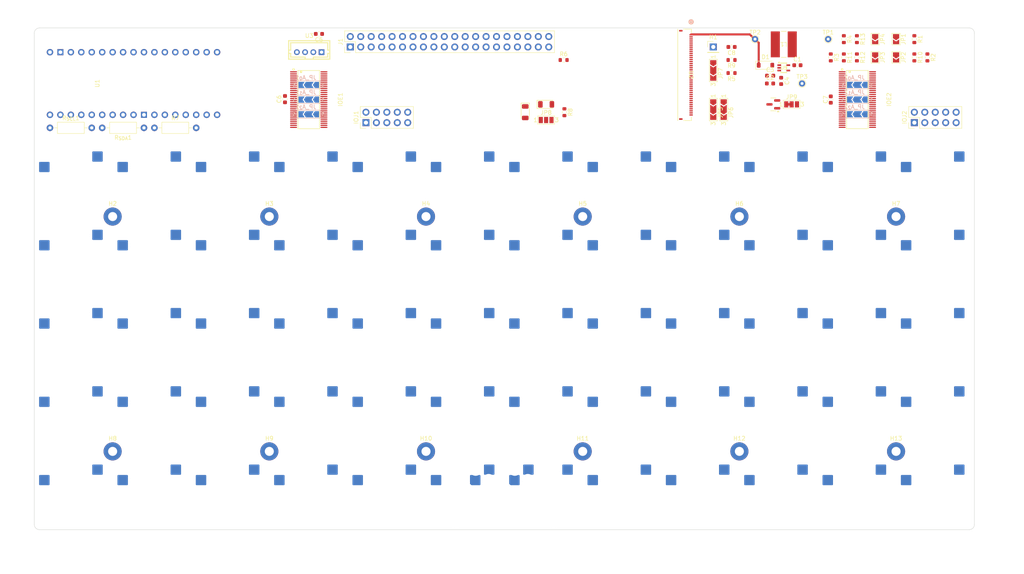
<source format=kicad_pcb>
(kicad_pcb
	(version 20241229)
	(generator "pcbnew")
	(generator_version "9.0")
	(general
		(thickness 1.6)
		(legacy_teardrops no)
	)
	(paper "A4")
	(layers
		(0 "F.Cu" signal)
		(4 "In1.Cu" signal)
		(6 "In2.Cu" signal)
		(2 "B.Cu" signal)
		(9 "F.Adhes" user "F.Adhesive")
		(11 "B.Adhes" user "B.Adhesive")
		(13 "F.Paste" user)
		(15 "B.Paste" user)
		(5 "F.SilkS" user "F.Silkscreen")
		(7 "B.SilkS" user "B.Silkscreen")
		(1 "F.Mask" user)
		(3 "B.Mask" user)
		(17 "Dwgs.User" user "User.Drawings")
		(19 "Cmts.User" user "User.Comments")
		(21 "Eco1.User" user "User.Eco1")
		(23 "Eco2.User" user "User.Eco2")
		(25 "Edge.Cuts" user)
		(27 "Margin" user)
		(31 "F.CrtYd" user "F.Courtyard")
		(29 "B.CrtYd" user "B.Courtyard")
		(35 "F.Fab" user)
		(33 "B.Fab" user)
		(39 "User.1" user)
		(41 "User.2" user)
		(43 "User.3" user)
		(45 "User.4" user)
		(47 "User.5" user)
		(49 "User.6" user)
		(51 "User.7" user)
		(53 "User.8" user)
		(55 "User.9" user)
	)
	(setup
		(stackup
			(layer "F.SilkS"
				(type "Top Silk Screen")
			)
			(layer "F.Paste"
				(type "Top Solder Paste")
			)
			(layer "F.Mask"
				(type "Top Solder Mask")
				(thickness 0.01)
			)
			(layer "F.Cu"
				(type "copper")
				(thickness 0.035)
			)
			(layer "dielectric 1"
				(type "prepreg")
				(thickness 0.1)
				(material "FR4")
				(epsilon_r 4.5)
				(loss_tangent 0.02)
			)
			(layer "In1.Cu"
				(type "copper")
				(thickness 0.035)
			)
			(layer "dielectric 2"
				(type "core")
				(thickness 1.24)
				(material "FR4")
				(epsilon_r 4.5)
				(loss_tangent 0.02)
			)
			(layer "In2.Cu"
				(type "copper")
				(thickness 0.035)
			)
			(layer "dielectric 3"
				(type "prepreg")
				(thickness 0.1)
				(material "FR4")
				(epsilon_r 4.5)
				(loss_tangent 0.02)
			)
			(layer "B.Cu"
				(type "copper")
				(thickness 0.035)
			)
			(layer "B.Mask"
				(type "Bottom Solder Mask")
				(thickness 0.01)
			)
			(layer "B.Paste"
				(type "Bottom Solder Paste")
			)
			(layer "B.SilkS"
				(type "Bottom Silk Screen")
			)
			(copper_finish "HAL lead-free")
			(dielectric_constraints no)
		)
		(pad_to_mask_clearance 0)
		(allow_soldermask_bridges_in_footprints no)
		(tenting front back)
		(pcbplotparams
			(layerselection 0x00000000_00000000_55555555_5755f5ff)
			(plot_on_all_layers_selection 0x00000000_00000000_00000000_00000000)
			(disableapertmacros no)
			(usegerberextensions no)
			(usegerberattributes yes)
			(usegerberadvancedattributes yes)
			(creategerberjobfile yes)
			(dashed_line_dash_ratio 12.000000)
			(dashed_line_gap_ratio 3.000000)
			(svgprecision 4)
			(plotframeref no)
			(mode 1)
			(useauxorigin no)
			(hpglpennumber 1)
			(hpglpenspeed 20)
			(hpglpendiameter 15.000000)
			(pdf_front_fp_property_popups yes)
			(pdf_back_fp_property_popups yes)
			(pdf_metadata yes)
			(pdf_single_document no)
			(dxfpolygonmode yes)
			(dxfimperialunits yes)
			(dxfusepcbnewfont yes)
			(psnegative no)
			(psa4output no)
			(plot_black_and_white yes)
			(sketchpadsonfab no)
			(plotpadnumbers no)
			(hidednponfab no)
			(sketchdnponfab yes)
			(crossoutdnponfab yes)
			(subtractmaskfromsilk no)
			(outputformat 1)
			(mirror no)
			(drillshape 1)
			(scaleselection 1)
			(outputdirectory "")
		)
	)
	(net 0 "")
	(net 1 "/LEDA_{TFT}")
	(net 2 "/LEDK_{TFT}")
	(net 3 "+3.3V")
	(net 4 "+5V")
	(net 5 "Net-(D2-A)")
	(net 6 "~{RST}")
	(net 7 "/~{RST_{TFT{slash}TP}}")
	(net 8 "/CS_{SPI{slash}TFT}")
	(net 9 "/Switch Matrix Left Half/SWPIN_{4,2}")
	(net 10 "/Switch Matrix Left Half/SWPIN_{0,2}")
	(net 11 "/Switch Matrix Left Half/SWPIN_{1,7}")
	(net 12 "/Switch Matrix Left Half/SWPIN_{3,7}")
	(net 13 "/Switch Matrix Left Half/SWPIN_{4,6}")
	(net 14 "/Switch Matrix Left Half/SWPIN_{3,5}")
	(net 15 "/Switch Matrix Left Half/SWPIN_{4,0}")
	(net 16 "/Switch Matrix Left Half/SWPIN_{2,1}")
	(net 17 "/Switch Matrix Left Half/SWPIN_{0,6}")
	(net 18 "/INT_{LR}")
	(net 19 "/Switch Matrix Left Half/SWPIN_{2,0}")
	(net 20 "/Switch Matrix Left Half/SWPIN_{1,2}")
	(net 21 "/Switch Matrix Left Half/SWPIN_{0,7}")
	(net 22 "/Switch Matrix Left Half/SWPIN_{0,4}")
	(net 23 "/Switch Matrix Left Half/SWPIN_{1,5}")
	(net 24 "/Switch Matrix Left Half/SWPIN_{2,2}")
	(net 25 "/Switch Matrix Left Half/SWPIN_{3,3}")
	(net 26 "/Switch Matrix Left Half/SWPIN_{4,3}")
	(net 27 "Net-(IOE1-A2)")
	(net 28 "/Switch Matrix Left Half/SWPIN_{2,6}")
	(net 29 "/Switch Matrix Left Half/SWPIN_{3,0}")
	(net 30 "/Switch Matrix Left Half/SWPIN_{4,7}")
	(net 31 "/Switch Matrix Left Half/SWPIN_{1,0}")
	(net 32 "Net-(IOE1-A0)")
	(net 33 "/Switch Matrix Left Half/SWPIN_{1,3}")
	(net 34 "/Switch Matrix Left Half/SWPIN_{1,4}")
	(net 35 "/Switch Matrix Left Half/SWPIN_{2,4}")
	(net 36 "/Switch Matrix Left Half/SWPIN_{2,5}")
	(net 37 "Net-(IOE1-A1)")
	(net 38 "/Switch Matrix Left Half/SWPIN_{3,1}")
	(net 39 "SCL")
	(net 40 "/Switch Matrix Left Half/SWPIN_{4,4}")
	(net 41 "/Switch Matrix Left Half/SWPIN_{0,0}")
	(net 42 "/Switch Matrix Left Half/SWPIN_{4,5}")
	(net 43 "/Switch Matrix Left Half/SWPIN_{3,6}")
	(net 44 "/Switch Matrix Left Half/SWPIN_{4,1}")
	(net 45 "/Switch Matrix Left Half/SWPIN_{1,1}")
	(net 46 "/Switch Matrix Left Half/SWPIN_{3,4}")
	(net 47 "/Switch Matrix Left Half/SWPIN_{0,3}")
	(net 48 "/Switch Matrix Left Half/SWPIN_{1,6}")
	(net 49 "/Switch Matrix Left Half/SWPIN_{2,7}")
	(net 50 "/Switch Matrix Left Half/SWPIN_{3,2}")
	(net 51 "SDA")
	(net 52 "/Switch Matrix Left Half/SWPIN_{2,3}")
	(net 53 "/Switch Matrix Left Half/SWPIN_{0,5}")
	(net 54 "/Switch Matrix Left Half/SWPIN_{0,1}")
	(net 55 "/Switch Matrix Right Half/SWPIN_{1,6}")
	(net 56 "/Switch Matrix Right Half/SWPIN_{4,4}")
	(net 57 "/Switch Matrix Right Half/SWPIN_{3,4}")
	(net 58 "Net-(IOE2-A0)")
	(net 59 "/Switch Matrix Right Half/SWPIN_{1,0}")
	(net 60 "/Switch Matrix Right Half/SWPIN_{2,3}")
	(net 61 "/Switch Matrix Right Half/SWPIN_{3,6}")
	(net 62 "Net-(IOE2-A1)")
	(net 63 "/Switch Matrix Right Half/SWPIN_{3,0}")
	(net 64 "/Switch Matrix Right Half/SWPIN_{0,2}")
	(net 65 "/Switch Matrix Right Half/SWPIN_{3,2}")
	(net 66 "/Switch Matrix Right Half/SWPIN_{1,3}")
	(net 67 "/Switch Matrix Right Half/SWPIN_{4,6}")
	(net 68 "/Switch Matrix Right Half/SWPIN_{2,4}")
	(net 69 "/Switch Matrix Right Half/SWPIN_{2,6}")
	(net 70 "/Switch Matrix Right Half/SWPIN_{1,4}")
	(net 71 "/Switch Matrix Right Half/SWPIN_{3,7}")
	(net 72 "/Switch Matrix Right Half/SWPIN_{3,5}")
	(net 73 "/Switch Matrix Right Half/SWPIN_{2,5}")
	(net 74 "/Switch Matrix Right Half/SWPIN_{4,5}")
	(net 75 "/Switch Matrix Right Half/SWPIN_{2,0}")
	(net 76 "unconnected-(U1-VBAT-Pad1)")
	(net 77 "/Switch Matrix Right Half/SWPIN_{4,0}")
	(net 78 "GND")
	(net 79 "/Switch Matrix Right Half/SWPIN_{1,2}")
	(net 80 "/Switch Matrix Right Half/SWPIN_{0,3}")
	(net 81 "/Switch Matrix Right Half/SWPIN_{0,7}")
	(net 82 "Net-(IOE2-A2)")
	(net 83 "/Switch Matrix Right Half/SWPIN_{2,2}")
	(net 84 "/Switch Matrix Right Half/SWPIN_{0,1}")
	(net 85 "/Switch Matrix Right Half/SWPIN_{0,4}")
	(net 86 "/Switch Matrix Right Half/SWPIN_{4,7}")
	(net 87 "/Switch Matrix Right Half/SWPIN_{0,0}")
	(net 88 "/Switch Matrix Right Half/SWPIN_{4,3}")
	(net 89 "/Switch Matrix Right Half/SWPIN_{2,7}")
	(net 90 "/Switch Matrix Right Half/SWPIN_{1,1}")
	(net 91 "/Switch Matrix Right Half/SWPIN_{0,5}")
	(net 92 "/Switch Matrix Right Half/SWPIN_{4,2}")
	(net 93 "/Switch Matrix Right Half/SWPIN_{0,6}")
	(net 94 "/Switch Matrix Right Half/SWPIN_{3,1}")
	(net 95 "/G5")
	(net 96 "/Switch Matrix Right Half/SWPIN_{2,1}")
	(net 97 "/Switch Matrix Right Half/SWPIN_{1,7}")
	(net 98 "/Switch Matrix Right Half/SWPIN_{4,1}")
	(net 99 "/Switch Matrix Right Half/SWPIN_{1,5}")
	(net 100 "/R1")
	(net 101 "/R5")
	(net 102 "/B1")
	(net 103 "/G2")
	(net 104 "/Switch Matrix Right Half/SWPIN_{3,3}")
	(net 105 "/SCK_{SPI}")
	(net 106 "/HSYNC_{TFT}")
	(net 107 "/B4")
	(net 108 "/G4")
	(net 109 "/MOSI_{SPI}")
	(net 110 "/IM0")
	(net 111 "+3.3V_{LDO2}")
	(net 112 "/G3")
	(net 113 "/DE_{TFT}")
	(net 114 "/IM1")
	(net 115 "/G1")
	(net 116 "/B2")
	(net 117 "/G0")
	(net 118 "/INT_{TP}")
	(net 119 "/R3")
	(net 120 "Net-(J1-Pin_12)")
	(net 121 "/R2")
	(net 122 "/VSYNC_{TFT}")
	(net 123 "Net-(JP1-A)")
	(net 124 "/B5")
	(net 125 "Net-(JP2-A)")
	(net 126 "/R4")
	(net 127 "Net-(JP3-A)")
	(net 128 "Net-(JP4-A)")
	(net 129 "/B3")
	(net 130 "/INT_{TP}{slash}~{RST_{TFT{slash}TP}}")
	(net 131 "Net-(JP9-A)")
	(net 132 "Net-(Q1-G)")
	(net 133 "/PCLK_{TFT}")
	(net 134 "/BGPWM_{TFT}")
	(net 135 "Net-(R10-Pad1)")
	(net 136 "Net-(R11-Pad2)")
	(net 137 "Net-(R13-Pad2)")
	(net 138 "Net-(R11-Pad1)")
	(net 139 "Net-(JP7-C)")
	(net 140 "/Backlight Boost Converter/VIN_{BST}")
	(net 141 "/Backlight Boost Converter/SW_{BST}")
	(footprint "easyeda2kicad:TSSOP-56_L14.0-W6.1-P0.50-LS8.1-BL" (layer "F.Cu") (at 226.17 55.98 -90))
	(footprint "MountingHole:MountingHole_2.2mm_M2_Pad" (layer "F.Cu") (at 197.485 141.605))
	(footprint "easyeda2kicad:TSSOP-56_L14.0-W6.1-P0.50-LS8.1-BL" (layer "F.Cu") (at 92.77 55.99 -90))
	(footprint "Resistor_SMD:R_0603_1608Metric" (layer "F.Cu") (at 226.06 41.275 -90))
	(footprint "Project_Library:CONN_F3311A7H121040E200_AMP" (layer "F.Cu") (at 184.15 49.975 -90))
	(footprint "easyeda2kicad:CONN-TH_B4B-PH-K-LF-SN" (layer "F.Cu") (at 92.885 44.45))
	(footprint "Capacitor_SMD:C_0603_1608Metric" (layer "F.Cu") (at 211.595 47.625))
	(footprint "Resistor_SMD:R_0603_1608Metric" (layer "F.Cu") (at 222.885 41.275 -90))
	(footprint "TestPoint:TestPoint_THTPad_D1.5mm_Drill0.7mm" (layer "F.Cu") (at 219.075 41.275))
	(footprint "Resistor_THT:R_Axial_DIN0207_L6.3mm_D2.5mm_P10.16mm_Horizontal" (layer "F.Cu") (at 55.245 62.865))
	(footprint "Resistor_SMD:R_0603_1608Metric" (layer "F.Cu") (at 154.75 46.355))
	(footprint "Connector_PinHeader_2.54mm:PinHeader_2x05_P2.54mm_Vertical" (layer "F.Cu") (at 106.68 61.6 90))
	(footprint "Project_Library:IND_BOURNS_SRR5028" (layer "F.Cu") (at 208.28 42.545 180))
	(footprint "MountingHole:MountingHole_2.2mm_M2_Pad" (layer "F.Cu") (at 121.285 84.455))
	(footprint "UnexpectedMaker:ProS3_TH" (layer "F.Cu") (at 50.165 52.05 90))
	(footprint "Diode_SMD:D_SOD-123" (layer "F.Cu") (at 203.835 47.625))
	(footprint "Resistor_SMD:R_0603_1608Metric" (layer "F.Cu") (at 222.885 45.72 -90))
	(footprint "Resistor_SMD:R_0603_1608Metric" (layer "F.Cu") (at 240.03 41.275 -90))
	(footprint "Connector_PinHeader_2.54mm:PinHeader_1x01_P2.54mm_Vertical" (layer "F.Cu") (at 191.135 43.18))
	(footprint "MountingHole:MountingHole_2.2mm_M2_Pad" (layer "F.Cu") (at 45.085 84.455))
	(footprint "Resistor_SMD:R_0603_1608Metric" (layer "F.Cu") (at 154.94 59.055 -90))
	(footprint "Jumper:SolderJumper-2_P1.3mm_Open_TrianglePad1.0x1.5mm" (layer "F.Cu") (at 235.585 41.275 -90))
	(footprint "MountingHole:MountingHole_2.2mm_M2_Pad" (layer "F.Cu") (at 83.185 141.605))
	(footprint "Jumper:SolderJumper-2_P1.3mm_Open_TrianglePad1.0x1.5mm" (layer "F.Cu") (at 235.585 45.72 -90))
	(footprint "Capacitor_SMD:C_0603_1608Metric" (layer "F.Cu") (at 219.71 55.98 90))
	(footprint "Resistor_THT:R_Axial_DIN0207_L6.3mm_D2.5mm_P10.16mm_Horizontal" (layer "F.Cu") (at 29.845 62.865))
	(footprint "PCM_JLCPCB:Q_SOT-23" (layer "F.Cu") (at 205.74 57.15 180))
	(footprint "Jumper:SolderJumper-3_P1.3mm_Open_Pad1.0x1.5mm_NumberLabels" (layer "F.Cu") (at 150.495 60.96))
	(footprint "MountingHole:MountingHole_2.2mm_M2_Pad" (layer "F.Cu") (at 159.385 84.455))
	(footprint "Jumper:SolderJumper-2_P1.3mm_Open_TrianglePad1.0x1.5mm" (layer "F.Cu") (at 230.505 45.72 -90))
	(footprint "MountingHole:MountingHole_2.2mm_M2_Pad" (layer "F.Cu") (at 235.585 84.455))
	(footprint "Resistor_SMD:R_0603_1608Metric" (layer "F.Cu") (at 219.71 45.72 -90))
	(footprint "Jumper:SolderJumper-2_P1.3mm_Open_TrianglePad1.0x1.5mm" (layer "F.Cu") (at 230.505 41.275 -90))
	(footprint "PCM_JLCPCB:D_SOD-123FL" (layer "F.Cu") (at 145.415 59.055 -90))
	(footprint "Resistor_SMD:R_0603_1608Metric"
		(layer "F.Cu")
		(uuid "94b58f35-dc6e-4854-b9bc-c8f92f6a87af")
		(at 243.205 45.72 -90)
		(descr "Resistor SMD 0603 (1608 Metric), square (rectangular) end terminal, IPC-7351 nominal, (Body size source: IPC-SM-782 page 72, https://www.pcb-3d.com/wordpress/wp-content/uploads/ipc-sm-782a_amendment_1_and_2.pdf), generated with kicad-footprint-generator")
		(tags "resistor")
		(property "Reference" "R2"
			(at 0 -1.43 90)
			(layer "F.SilkS")
			(uuid "042f0d98-1a2e-478a-96c6-c3626378b53a")
			(effects
				(font
					(size 1 1)
					(thickness 0.15)
				)
			)
		)
		(property "Value" "20 Ohm"
			(at 0 1.43 90)
			(layer "F.Fab")
			(uuid "116e6338-158d-4e2a-8b93-de31b57d2a5d")
			(effects
				(font
					(size 1 1)
					(thickness 0.15)
				)
			)
		)
		(property "Datasheet" "~"
			(at 0 0 90)
			(layer "F.Fab")
			(hide yes)
			(uuid "c8cb7783-45f9-45ea-ad15-07e692b9fee5")
			(effects
				(font
					(size 1.27 1.27)
					(thickness 0.15)
				)
			)
		)
		(property "Description" "Resistor"
			(at 0 0 90)
			(layer "F.Fab")
			(hide yes)
			(uuid "8c6cd404-fea5-4054-8257-77977a8d902d")
			(effects
				(font
					(size 1.27 1.27)
					(thickness 0.15)
				)
			)
		)
		(property "LCSC" ""
			(at 0 0 90)
			(layer "F.SilkS")
			(hide yes)
			(uuid "4292f85d-c8e0-4f0e-9d0f-21108b697875")
			(effects
				(font
					(size 1.27 1.27)
					(thickness 0.15)
				)
			)
		)
		(property ki_fp_filters "R_*")
		(path "/628f2de5-a5de-421c-af90-8153f9f7644b/22abb952-478a-46a0-ada1-733d1b8a97b5")
		(sheetname "/Backlight Boost Converter/")
		(sheetfile "backlight_boost_converter.kicad_sch")
		(attr smd)
		(fp_line
			(start -0.237258 0.5225)
			(end 0.237258 0.5225)
			(stroke
				(width 0.12)
				(type solid)
			)
			(layer "F.SilkS")
			(uuid "f941ef98-b5f4-4475-bc23-6ae9ba3efb5d")
		)
		(fp_line
			(start -0.237258 -0.5225)
			(end 0.237258 -0.5225)
			(stroke
				(width 0.12)
				(type solid)
			)
			(layer "F.SilkS")
			(uuid "6885c2c4-4ae2-4a8a-8299-1ada162b06f8")
		)
		(fp_line
			(start -1.48 0.73)
			(end -1.48 -0.73)
			(stroke
				(width 0.05)
				(type solid)
			)
			(layer "F.CrtYd")
			(uuid "801a5bfe-1fe3-47b6-b7ae-415b0c2ddce4")
		)
		(fp_line
			(start 1.48 0.73)
			(end -1.48 0.73)
			(stroke
				(width 0.05)
				(type solid)
			)
			(layer "F.CrtYd")
			(uuid "f6eebaee-b194-41b2-b05d-65841cf32eb6")
		)
		(fp_line
			(start -1.48 -0.73)
			(end 1.48 -0.73)
			(stroke
				(width 0.05)
				(type solid)
			)
			(layer "F.CrtYd")
			(u
... [1213484 chars truncated]
</source>
